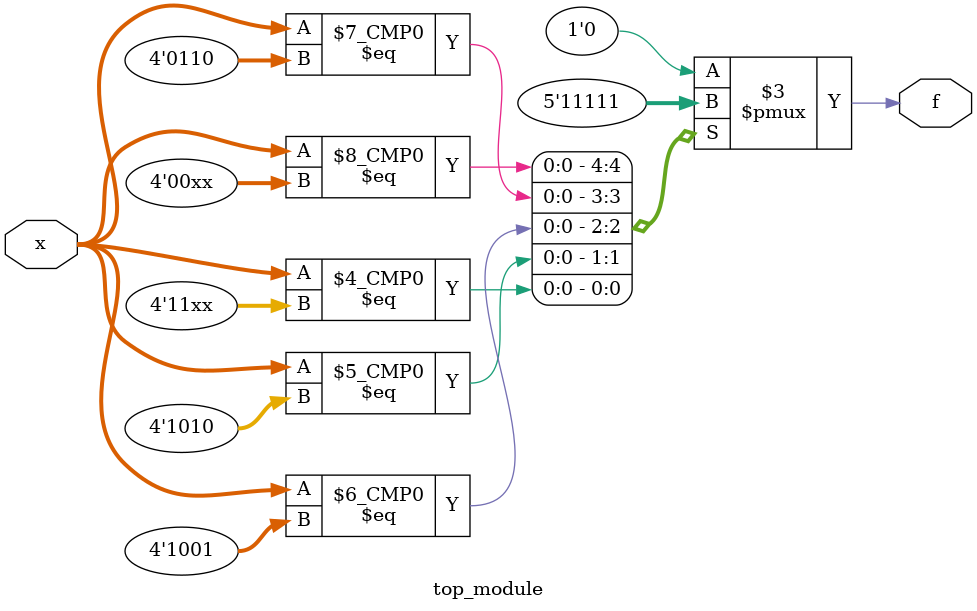
<source format=sv>
module top_module (
    input [4:1] x,
    output logic f
);

always_comb begin
    case (x)
        4'b00xx: f = 1;   // Output 1 for the inputs 00xx
        4'b0100: f = 0;   // Output 0 for the input 0100
        4'b0110: f = 1;   // Output 1 for the input 0110
        4'b0111: f = 0;   // Output 0 for the input 0111
        4'b1001: f = 1;   // Output 1 for the input 1001
        4'b1010: f = 1;   // Output 1 for the input 1010
        4'b1011: f = 0;   // Output 0 for the input 1011
        4'b11xx: f = 1;   // Output 1 for the inputs 11xx
        default: f = 0;   // Output 0 for any other inputs
    endcase
end

endmodule

</source>
